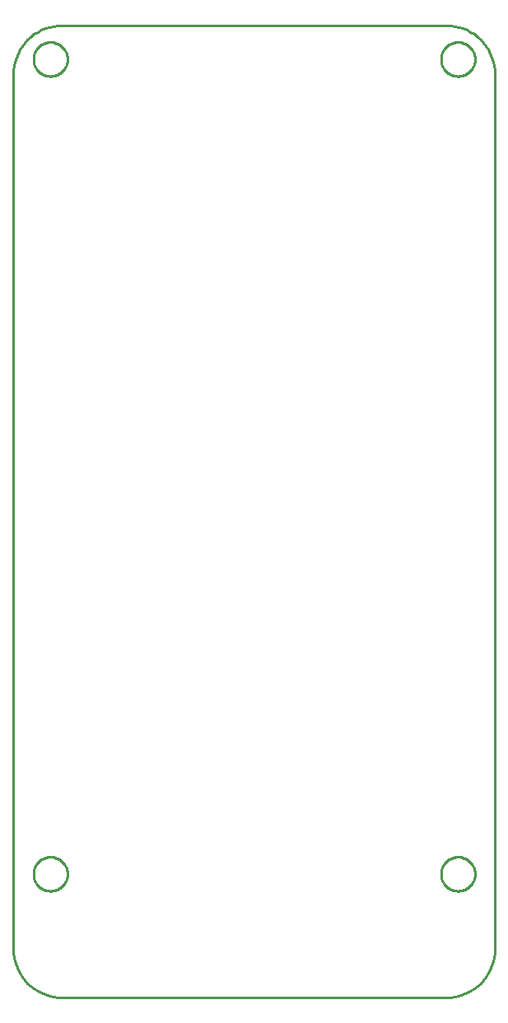
<source format=gbr>
G04 EAGLE Gerber RS-274X export*
G75*
%MOMM*%
%FSLAX34Y34*%
%LPD*%
%IN*%
%IPPOS*%
%AMOC8*
5,1,8,0,0,1.08239X$1,22.5*%
G01*
%ADD10C,0.254000*%


D10*
X0Y50000D02*
X190Y45642D01*
X760Y41318D01*
X1704Y37059D01*
X3015Y32899D01*
X4685Y28869D01*
X6699Y25000D01*
X9042Y21321D01*
X11698Y17861D01*
X14645Y14645D01*
X17861Y11698D01*
X21321Y9042D01*
X25000Y6699D01*
X28869Y4685D01*
X32899Y3015D01*
X37059Y1704D01*
X41318Y760D01*
X45642Y190D01*
X50000Y0D01*
X445100Y0D01*
X449458Y190D01*
X453782Y760D01*
X458041Y1704D01*
X462201Y3015D01*
X466231Y4685D01*
X470100Y6699D01*
X473779Y9042D01*
X477239Y11698D01*
X480455Y14645D01*
X483402Y17861D01*
X486058Y21321D01*
X488401Y25000D01*
X490415Y28869D01*
X492085Y32899D01*
X493396Y37059D01*
X494340Y41318D01*
X494910Y45642D01*
X495100Y50000D01*
X495100Y950000D01*
X494910Y954358D01*
X494340Y958682D01*
X493396Y962941D01*
X492085Y967101D01*
X490415Y971131D01*
X488401Y975000D01*
X486058Y978679D01*
X483402Y982139D01*
X480455Y985355D01*
X477239Y988302D01*
X473779Y990958D01*
X470100Y993301D01*
X466231Y995315D01*
X462201Y996985D01*
X458041Y998296D01*
X453782Y999240D01*
X449458Y999810D01*
X445100Y1000000D01*
X50000Y1000000D01*
X45642Y999810D01*
X41318Y999240D01*
X37059Y998296D01*
X32899Y996985D01*
X28869Y995315D01*
X25000Y993301D01*
X21321Y990958D01*
X17861Y988302D01*
X14645Y985355D01*
X11698Y982139D01*
X9042Y978679D01*
X6699Y975000D01*
X4685Y971131D01*
X3015Y967101D01*
X1704Y962941D01*
X760Y958682D01*
X190Y954358D01*
X0Y950000D01*
X0Y50000D01*
X55600Y126427D02*
X55525Y125284D01*
X55376Y124148D01*
X55152Y123024D01*
X54855Y121917D01*
X54487Y120832D01*
X54049Y119774D01*
X53542Y118746D01*
X52969Y117754D01*
X52332Y116801D01*
X51635Y115892D01*
X50879Y115031D01*
X50069Y114221D01*
X49208Y113465D01*
X48299Y112768D01*
X47346Y112131D01*
X46354Y111558D01*
X45326Y111051D01*
X44268Y110613D01*
X43183Y110245D01*
X42076Y109948D01*
X40952Y109725D01*
X39816Y109575D01*
X38673Y109500D01*
X37527Y109500D01*
X36384Y109575D01*
X35248Y109725D01*
X34124Y109948D01*
X33017Y110245D01*
X31932Y110613D01*
X30874Y111051D01*
X29846Y111558D01*
X28854Y112131D01*
X27901Y112768D01*
X26992Y113465D01*
X26131Y114221D01*
X25321Y115031D01*
X24565Y115892D01*
X23868Y116801D01*
X23231Y117754D01*
X22658Y118746D01*
X22151Y119774D01*
X21713Y120832D01*
X21345Y121917D01*
X21048Y123024D01*
X20825Y124148D01*
X20675Y125284D01*
X20600Y126427D01*
X20600Y127573D01*
X20675Y128716D01*
X20825Y129852D01*
X21048Y130976D01*
X21345Y132083D01*
X21713Y133168D01*
X22151Y134226D01*
X22658Y135254D01*
X23231Y136246D01*
X23868Y137199D01*
X24565Y138108D01*
X25321Y138969D01*
X26131Y139779D01*
X26992Y140535D01*
X27901Y141232D01*
X28854Y141869D01*
X29846Y142442D01*
X30874Y142949D01*
X31932Y143387D01*
X33017Y143755D01*
X34124Y144052D01*
X35248Y144276D01*
X36384Y144425D01*
X37527Y144500D01*
X38673Y144500D01*
X39816Y144425D01*
X40952Y144276D01*
X42076Y144052D01*
X43183Y143755D01*
X44268Y143387D01*
X45326Y142949D01*
X46354Y142442D01*
X47346Y141869D01*
X48299Y141232D01*
X49208Y140535D01*
X50069Y139779D01*
X50879Y138969D01*
X51635Y138108D01*
X52332Y137199D01*
X52969Y136246D01*
X53542Y135254D01*
X54049Y134226D01*
X54487Y133168D01*
X54855Y132083D01*
X55152Y130976D01*
X55376Y129852D01*
X55525Y128716D01*
X55600Y127573D01*
X55600Y126427D01*
X474700Y126427D02*
X474625Y125284D01*
X474476Y124148D01*
X474252Y123024D01*
X473955Y121917D01*
X473587Y120832D01*
X473149Y119774D01*
X472642Y118746D01*
X472069Y117754D01*
X471432Y116801D01*
X470735Y115892D01*
X469979Y115031D01*
X469169Y114221D01*
X468308Y113465D01*
X467399Y112768D01*
X466446Y112131D01*
X465454Y111558D01*
X464426Y111051D01*
X463368Y110613D01*
X462283Y110245D01*
X461176Y109948D01*
X460052Y109725D01*
X458916Y109575D01*
X457773Y109500D01*
X456627Y109500D01*
X455484Y109575D01*
X454348Y109725D01*
X453224Y109948D01*
X452117Y110245D01*
X451032Y110613D01*
X449974Y111051D01*
X448946Y111558D01*
X447954Y112131D01*
X447001Y112768D01*
X446092Y113465D01*
X445231Y114221D01*
X444421Y115031D01*
X443665Y115892D01*
X442968Y116801D01*
X442331Y117754D01*
X441758Y118746D01*
X441251Y119774D01*
X440813Y120832D01*
X440445Y121917D01*
X440148Y123024D01*
X439925Y124148D01*
X439775Y125284D01*
X439700Y126427D01*
X439700Y127573D01*
X439775Y128716D01*
X439925Y129852D01*
X440148Y130976D01*
X440445Y132083D01*
X440813Y133168D01*
X441251Y134226D01*
X441758Y135254D01*
X442331Y136246D01*
X442968Y137199D01*
X443665Y138108D01*
X444421Y138969D01*
X445231Y139779D01*
X446092Y140535D01*
X447001Y141232D01*
X447954Y141869D01*
X448946Y142442D01*
X449974Y142949D01*
X451032Y143387D01*
X452117Y143755D01*
X453224Y144052D01*
X454348Y144276D01*
X455484Y144425D01*
X456627Y144500D01*
X457773Y144500D01*
X458916Y144425D01*
X460052Y144276D01*
X461176Y144052D01*
X462283Y143755D01*
X463368Y143387D01*
X464426Y142949D01*
X465454Y142442D01*
X466446Y141869D01*
X467399Y141232D01*
X468308Y140535D01*
X469169Y139779D01*
X469979Y138969D01*
X470735Y138108D01*
X471432Y137199D01*
X472069Y136246D01*
X472642Y135254D01*
X473149Y134226D01*
X473587Y133168D01*
X473955Y132083D01*
X474252Y130976D01*
X474476Y129852D01*
X474625Y128716D01*
X474700Y127573D01*
X474700Y126427D01*
X55600Y964627D02*
X55525Y963484D01*
X55376Y962348D01*
X55152Y961224D01*
X54855Y960117D01*
X54487Y959032D01*
X54049Y957974D01*
X53542Y956946D01*
X52969Y955954D01*
X52332Y955001D01*
X51635Y954092D01*
X50879Y953231D01*
X50069Y952421D01*
X49208Y951665D01*
X48299Y950968D01*
X47346Y950331D01*
X46354Y949758D01*
X45326Y949251D01*
X44268Y948813D01*
X43183Y948445D01*
X42076Y948148D01*
X40952Y947925D01*
X39816Y947775D01*
X38673Y947700D01*
X37527Y947700D01*
X36384Y947775D01*
X35248Y947925D01*
X34124Y948148D01*
X33017Y948445D01*
X31932Y948813D01*
X30874Y949251D01*
X29846Y949758D01*
X28854Y950331D01*
X27901Y950968D01*
X26992Y951665D01*
X26131Y952421D01*
X25321Y953231D01*
X24565Y954092D01*
X23868Y955001D01*
X23231Y955954D01*
X22658Y956946D01*
X22151Y957974D01*
X21713Y959032D01*
X21345Y960117D01*
X21048Y961224D01*
X20825Y962348D01*
X20675Y963484D01*
X20600Y964627D01*
X20600Y965773D01*
X20675Y966916D01*
X20825Y968052D01*
X21048Y969176D01*
X21345Y970283D01*
X21713Y971368D01*
X22151Y972426D01*
X22658Y973454D01*
X23231Y974446D01*
X23868Y975399D01*
X24565Y976308D01*
X25321Y977169D01*
X26131Y977979D01*
X26992Y978735D01*
X27901Y979432D01*
X28854Y980069D01*
X29846Y980642D01*
X30874Y981149D01*
X31932Y981587D01*
X33017Y981955D01*
X34124Y982252D01*
X35248Y982476D01*
X36384Y982625D01*
X37527Y982700D01*
X38673Y982700D01*
X39816Y982625D01*
X40952Y982476D01*
X42076Y982252D01*
X43183Y981955D01*
X44268Y981587D01*
X45326Y981149D01*
X46354Y980642D01*
X47346Y980069D01*
X48299Y979432D01*
X49208Y978735D01*
X50069Y977979D01*
X50879Y977169D01*
X51635Y976308D01*
X52332Y975399D01*
X52969Y974446D01*
X53542Y973454D01*
X54049Y972426D01*
X54487Y971368D01*
X54855Y970283D01*
X55152Y969176D01*
X55376Y968052D01*
X55525Y966916D01*
X55600Y965773D01*
X55600Y964627D01*
X474700Y964627D02*
X474625Y963484D01*
X474476Y962348D01*
X474252Y961224D01*
X473955Y960117D01*
X473587Y959032D01*
X473149Y957974D01*
X472642Y956946D01*
X472069Y955954D01*
X471432Y955001D01*
X470735Y954092D01*
X469979Y953231D01*
X469169Y952421D01*
X468308Y951665D01*
X467399Y950968D01*
X466446Y950331D01*
X465454Y949758D01*
X464426Y949251D01*
X463368Y948813D01*
X462283Y948445D01*
X461176Y948148D01*
X460052Y947925D01*
X458916Y947775D01*
X457773Y947700D01*
X456627Y947700D01*
X455484Y947775D01*
X454348Y947925D01*
X453224Y948148D01*
X452117Y948445D01*
X451032Y948813D01*
X449974Y949251D01*
X448946Y949758D01*
X447954Y950331D01*
X447001Y950968D01*
X446092Y951665D01*
X445231Y952421D01*
X444421Y953231D01*
X443665Y954092D01*
X442968Y955001D01*
X442331Y955954D01*
X441758Y956946D01*
X441251Y957974D01*
X440813Y959032D01*
X440445Y960117D01*
X440148Y961224D01*
X439925Y962348D01*
X439775Y963484D01*
X439700Y964627D01*
X439700Y965773D01*
X439775Y966916D01*
X439925Y968052D01*
X440148Y969176D01*
X440445Y970283D01*
X440813Y971368D01*
X441251Y972426D01*
X441758Y973454D01*
X442331Y974446D01*
X442968Y975399D01*
X443665Y976308D01*
X444421Y977169D01*
X445231Y977979D01*
X446092Y978735D01*
X447001Y979432D01*
X447954Y980069D01*
X448946Y980642D01*
X449974Y981149D01*
X451032Y981587D01*
X452117Y981955D01*
X453224Y982252D01*
X454348Y982476D01*
X455484Y982625D01*
X456627Y982700D01*
X457773Y982700D01*
X458916Y982625D01*
X460052Y982476D01*
X461176Y982252D01*
X462283Y981955D01*
X463368Y981587D01*
X464426Y981149D01*
X465454Y980642D01*
X466446Y980069D01*
X467399Y979432D01*
X468308Y978735D01*
X469169Y977979D01*
X469979Y977169D01*
X470735Y976308D01*
X471432Y975399D01*
X472069Y974446D01*
X472642Y973454D01*
X473149Y972426D01*
X473587Y971368D01*
X473955Y970283D01*
X474252Y969176D01*
X474476Y968052D01*
X474625Y966916D01*
X474700Y965773D01*
X474700Y964627D01*
M02*

</source>
